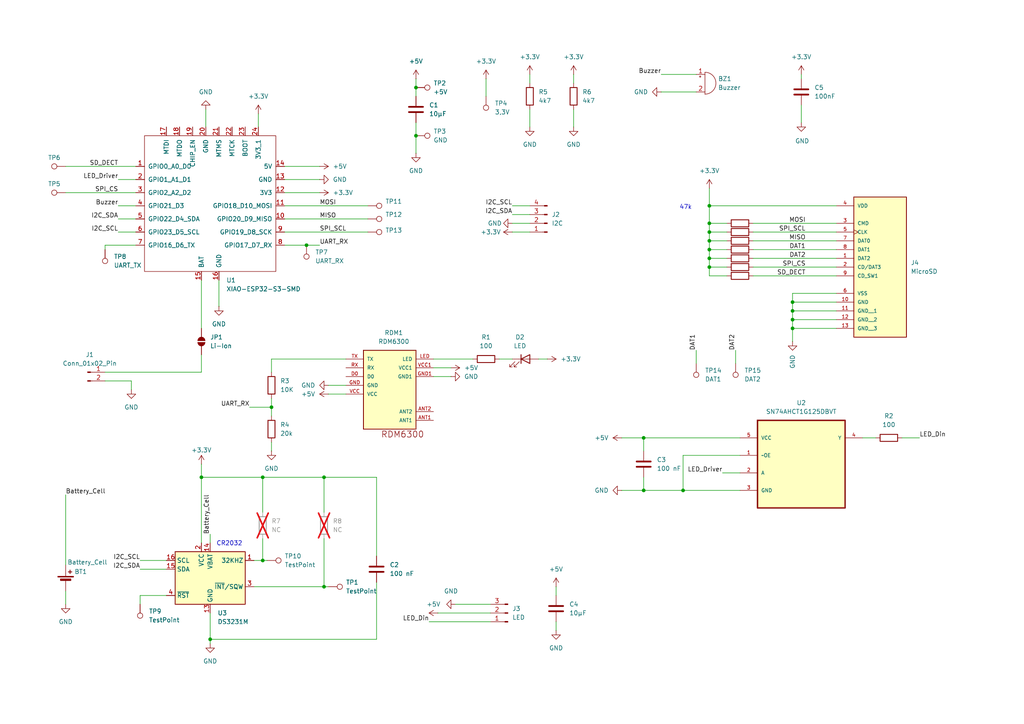
<source format=kicad_sch>
(kicad_sch (version 20250114) (generator "eeschema") (generator_version "9.0")
  (paper "A4")
  (lib_symbols
    (symbol "Connector:Conn_01x02_Pin" (pin_names (offset 1.016) (hide yes))
      (property "Reference" "J" (at 0 2.54 0))
      (property "Value" "Conn_01x02_Pin" (at 0 -5.08 0))
      (symbol "Conn_01x02_Pin_1_1"
        (rectangle (start 0.8636 0.127) (end 0 -0.127) (stroke (width 0.1524)) (fill (type outline)))
        (rectangle (start 0.8636 -2.413) (end 0 -2.667) (stroke (width 0.1524)) (fill (type outline)))
        (polyline (pts (xy 1.27 0) (xy 0.8636 0)) (stroke (width 0.1524)))
        (polyline (pts (xy 1.27 -2.54) (xy 0.8636 -2.54)) (stroke (width 0.1524)))
        (pin passive line (at 5.08 0 180) (length 3.81) (name "Pin_1") (number "1"))
        (pin passive line (at 5.08 -2.54 180) (length 3.81) (name "Pin_2") (number "2"))
      )
    )
    (symbol "Connector:Conn_01x03_Pin" (pin_names (offset 1.016) (hide yes))
      (property "Reference" "J" (at 0 5.08 0))
      (property "Value" "Conn_01x03_Pin" (at 0 -5.08 0))
      (symbol "Conn_01x03_Pin_1_1"
        (rectangle (start 0.8636 2.667) (end 0 2.413) (stroke (width 0.1524)) (fill (type outline)))
        (rectangle (start 0.8636 0.127) (end 0 -0.127) (stroke (width 0.1524)) (fill (type outline)))
        (rectangle (start 0.8636 -2.413) (end 0 -2.667) (stroke (width 0.1524)) (fill (type outline)))
        (polyline (pts (xy 1.27 2.54) (xy 0.8636 2.54)) (stroke (width 0.1524)))
        (polyline (pts (xy 1.27 0) (xy 0.8636 0)) (stroke (width 0.1524)))
        (polyline (pts (xy 1.27 -2.54) (xy 0.8636 -2.54)) (stroke (width 0.1524)))
        (pin passive line (at 5.08 2.54 180) (length 3.81) (name "Pin_1") (number "1"))
        (pin passive line (at 5.08 0 180) (length 3.81) (name "Pin_2") (number "2"))
        (pin passive line (at 5.08 -2.54 180) (length 3.81) (name "Pin_3") (number "3"))
      )
    )
    (symbol "Connector:Conn_01x04_Pin" (pin_names (offset 1.016) (hide yes))
      (property "Reference" "J" (at 0 5.08 0))
      (property "Value" "Conn_01x04_Pin" (at 0 -7.62 0))
      (symbol "Conn_01x04_Pin_1_1"
        (rectangle (start 0.8636 2.667) (end 0 2.413) (stroke (width 0.1524)) (fill (type outline)))
        (rectangle (start 0.8636 0.127) (end 0 -0.127) (stroke (width 0.1524)) (fill (type outline)))
        (rectangle (start 0.8636 -2.413) (end 0 -2.667) (stroke (width 0.1524)) (fill (type outline)))
        (rectangle (start 0.8636 -4.953) (end 0 -5.207) (stroke (width 0.1524)) (fill (type outline)))
        (polyline (pts (xy 1.27 2.54) (xy 0.8636 2.54)) (stroke (width 0.1524)))
        (polyline (pts (xy 1.27 0) (xy 0.8636 0)) (stroke (width 0.1524)))
        (polyline (pts (xy 1.27 -2.54) (xy 0.8636 -2.54)) (stroke (width 0.1524)))
        (polyline (pts (xy 1.27 -5.08) (xy 0.8636 -5.08)) (stroke (width 0.1524)))
        (pin passive line (at 5.08 2.54 180) (length 3.81) (name "Pin_1") (number "1"))
        (pin passive line (at 5.08 0 180) (length 3.81) (name "Pin_2") (number "2"))
        (pin passive line (at 5.08 -2.54 180) (length 3.81) (name "Pin_3") (number "3"))
        (pin passive line (at 5.08 -5.08 180) (length 3.81) (name "Pin_4") (number "4"))
      )
    )
    (symbol "Connector:TestPoint" (pin_numbers (hide yes)) (pin_names (offset 0.762) (hide yes))
      (property "Reference" "TP" (at 0 6.858 0))
      (property "Value" "TestPoint" (at 0 5.08 0))
      (symbol "TestPoint_0_1"
        (circle (center 0 3.302) (radius 0.762))
      )
      (symbol "TestPoint_1_1"
        (pin passive line (at 0 0 90) (length 2.54) (name "1") (number "1"))
      )
    )
    (symbol "Device:Battery_Cell" (pin_numbers (hide yes)) (pin_names (offset 0) (hide yes))
      (property "Reference" "BT" (at 2.54 2.54 0))
      (property "Value" "Battery_Cell" (at 2.54 0 0))
      (symbol "Battery_Cell_0_1"
        (rectangle (start -2.286 1.778) (end 2.286 1.524) (fill (type outline)))
        (rectangle (start -1.524 1.016) (end 1.524 0.508) (fill (type outline)))
        (polyline (pts (xy 0 1.778) (xy 0 2.54)))
        (polyline (pts (xy 0 0.762) (xy 0 0)))
        (polyline (pts (xy 0.762 3.048) (xy 1.778 3.048)) (stroke (width 0.254)))
        (polyline (pts (xy 1.27 3.556) (xy 1.27 2.54)) (stroke (width 0.254)))
      )
      (symbol "Battery_Cell_1_1"
        (pin passive line (at 0 5.08 270) (length 2.54) (name "+") (number "1"))
        (pin passive line (at 0 -2.54 90) (length 2.54) (name "-") (number "2"))
      )
    )
    (symbol "Device:Buzzer" (pin_names (offset 0.0254) (hide yes))
      (property "Reference" "BZ" (at 3.81 1.27 0))
      (property "Value" "Buzzer" (at 3.81 -1.27 0))
      (symbol "Buzzer_0_1"
        (polyline (pts (xy -1.651 1.905) (xy -1.143 1.905)))
        (polyline (pts (xy -1.397 2.159) (xy -1.397 1.651)))
        (arc (start 0 3.175) (mid 3.1612 0) (end 0 -3.175))
        (polyline (pts (xy 0 3.175) (xy 0 -3.175)))
      )
      (symbol "Buzzer_1_1"
        (pin passive line (at -2.54 2.54 0) (length 2.54) (name "+") (number "1"))
        (pin passive line (at -2.54 -2.54 0) (length 2.54) (name "-") (number "2"))
      )
    )
    (symbol "Device:C" (pin_numbers (hide yes)) (pin_names (offset 0.254))
      (property "Reference" "C" (at 0.635 2.54 0))
      (property "Value" "C" (at 0.635 -2.54 0))
      (symbol "C_0_1"
        (polyline (pts (xy -2.032 0.762) (xy 2.032 0.762)) (stroke (width 0.508)))
        (polyline (pts (xy -2.032 -0.762) (xy 2.032 -0.762)) (stroke (width 0.508)))
      )
      (symbol "C_1_1"
        (pin passive line (at 0 3.81 270) (length 2.794) (name "~") (number "1"))
        (pin passive line (at 0 -3.81 90) (length 2.794) (name "~") (number "2"))
      )
    )
    (symbol "Device:LED" (pin_numbers (hide yes)) (pin_names (offset 1.016) (hide yes))
      (property "Reference" "D" (at 0 2.54 0))
      (property "Value" "LED" (at 0 -2.54 0))
      (symbol "LED_0_1"
        (polyline (pts (xy -3.048 -0.762) (xy -4.572 -2.286) (xy -3.81 -2.286) (xy -4.572 -2.286) (xy -4.572 -1.524)))
        (polyline (pts (xy -1.778 -0.762) (xy -3.302 -2.286) (xy -2.54 -2.286) (xy -3.302 -2.286) (xy -3.302 -1.524)))
        (polyline (pts (xy -1.27 0) (xy 1.27 0)))
        (polyline (pts (xy -1.27 -1.27) (xy -1.27 1.27)) (stroke (width 0.254)))
        (polyline (pts (xy 1.27 -1.27) (xy 1.27 1.27) (xy -1.27 0) (xy 1.27 -1.27)) (stroke (width 0.254)))
      )
      (symbol "LED_1_1"
        (pin passive line (at -3.81 0 0) (length 2.54) (name "K") (number "1"))
        (pin passive line (at 3.81 0 180) (length 2.54) (name "A") (number "2"))
      )
    )
    (symbol "Device:R" (pin_numbers (hide yes)) (pin_names (offset 0))
      (property "Reference" "R" (at 2.032 0 90))
      (property "Value" "R" (at 0 0 90))
      (symbol "R_0_1"
        (rectangle (start -1.016 -2.54) (end 1.016 2.54) (stroke (width 0.254)))
      )
      (symbol "R_1_1"
        (pin passive line (at 0 3.81 270) (length 1.27) (name "~") (number "1"))
        (pin passive line (at 0 -3.81 90) (length 1.27) (name "~") (number "2"))
      )
    )
    (symbol "Jumper:SolderJumper_2_Open" (pin_numbers (hide yes)) (pin_names (offset 0) (hide yes)) (in_bom no)
      (property "Reference" "JP" (at 0 2.032 0))
      (property "Value" "SolderJumper_2_Open" (at 0 -2.54 0))
      (symbol "SolderJumper_2_Open_0_1"
        (polyline (pts (xy -0.254 1.016) (xy -0.254 -1.016)))
        (arc (start -0.254 -1.016) (mid -1.2656 0) (end -0.254 1.016))
        (arc (start -0.254 -1.016) (mid -1.2656 0) (end -0.254 1.016) (fill (type outline)))
        (arc (start 0.254 1.016) (mid 1.2656 0) (end 0.254 -1.016))
        (arc (start 0.254 1.016) (mid 1.2656 0) (end 0.254 -1.016) (fill (type outline)))
        (polyline (pts (xy 0.254 1.016) (xy 0.254 -1.016)))
      )
      (symbol "SolderJumper_2_Open_1_1"
        (pin passive line (at -3.81 0 0) (length 2.54) (name "A") (number "1"))
        (pin passive line (at 3.81 0 180) (length 2.54) (name "B") (number "2"))
      )
    )
    (symbol "RDM6300:RDM6300" (pin_names (offset 1.016))
      (property "Reference" "RDM6300" (at 0 0 0))
      (property "Value" "RDM6300" (at 0 0 0))
      (symbol "RDM6300_0_0"
        (rectangle (start -7.62 -10.16) (end 7.62 12.7) (stroke (width 0.254)) (fill (type background)))
        (text "RDM6300" (at -2.54 -12.7 0) (effects (font (size 1.778 1.778)) (justify left bottom)))
        (pin bidirectional line (at -12.7 10.16 0) (length 5.08) (name "TX") (number "TX"))
        (pin bidirectional line (at -12.7 7.62 0) (length 5.08) (name "RX") (number "RX"))
        (pin bidirectional line (at -12.7 5.08 0) (length 5.08) (name "D0") (number "D0"))
        (pin bidirectional line (at -12.7 2.54 0) (length 5.08) (name "GND") (number "GND"))
        (pin bidirectional line (at -12.7 0 0) (length 5.08) (name "VCC") (number "VCC"))
        (pin bidirectional line (at 12.7 10.16 180) (length 5.08) (name "LED") (number "LED"))
        (pin bidirectional line (at 12.7 7.62 180) (length 5.08) (name "VCC1") (number "VCC1"))
        (pin bidirectional line (at 12.7 5.08 180) (length 5.08) (name "GND1") (number "GND1"))
        (pin bidirectional line (at 12.7 -5.08 180) (length 5.08) (name "ANT2") (number "ANT2"))
        (pin bidirectional line (at 12.7 -7.62 180) (length 5.08) (name "ANT1") (number "ANT1"))
      )
    )
    (symbol "SN74AHCT1G125DBVT:SN74AHCT1G125DBVT" (pin_names (offset 1.016))
      (property "Reference" "U" (at -4.955 12.5527 0))
      (property "Value" "SN74AHCT1G125DBVT" (at -2.7954 -19.8475 0))
      (symbol "SN74AHCT1G125DBVT_0_0"
        (rectangle (start -12.7 -15.24) (end 12.7 10.16) (stroke (width 0.4064)) (fill (type background)))
        (pin power_in line (at -17.78 5.08 0) (length 5.08) (name "VCC") (number "5"))
        (pin input line (at -17.78 0 0) (length 5.08) (name "~OE") (number "1"))
        (pin input line (at -17.78 -5.08 0) (length 5.08) (name "A") (number "2"))
        (pin passive line (at -17.78 -10.16 0) (length 5.08) (name "GND") (number "3"))
        (pin output line (at 17.78 5.08 180) (length 5.08) (name "Y") (number "4"))
      )
    )
    (symbol "Seeed_Studio_XIAO_Series:XIAO-ESP32-C6-SMD" (pin_names (offset 1.016))
      (property "Reference" "U" (at -18.542 23.114 0))
      (property "Value" "XIAO-ESP32-S3-SMD" (at -8.382 21.336 0))
      (symbol "XIAO-ESP32-C6-SMD_0_1"
        (rectangle (start 19.05 -19.05) (end -19.05 20.32))
      )
      (symbol "XIAO-ESP32-C6-SMD_1_1"
        (pin passive line (at -21.59 11.43 0) (length 2.54) (name "GPIO0_A0_D0") (number "1"))
        (pin passive line (at -21.59 7.62 0) (length 2.54) (name "GPIO1_A1_D1") (number "2"))
        (pin passive line (at -21.59 3.81 0) (length 2.54) (name "GPIO2_A2_D2") (number "3"))
        (pin passive line (at -21.59 0 0) (length 2.54) (name "GPIO21_D3") (number "4"))
        (pin passive line (at -21.59 -3.81 0) (length 2.54) (name "GPIO22_D4_SDA") (number "5"))
        (pin passive line (at -21.59 -7.62 0) (length 2.54) (name "GPIO23_D5_SCL") (number "6"))
        (pin passive line (at -21.59 -11.43 0) (length 2.54) (name "GPIO16_D6_TX") (number "7"))
        (pin passive line (at -12.7 22.86 270) (length 2.54) (name "MTDI") (number "17"))
        (pin passive line (at -8.89 22.86 270) (length 2.54) (name "MTDO") (number "18"))
        (pin passive line (at -5.08 22.86 270) (length 2.54) (name "CHIP_EN") (number "19"))
        (pin passive line (at -2.54 -21.59 90) (length 2.54) (name "BAT") (number "15"))
        (pin passive line (at -1.27 22.86 270) (length 2.54) (name "GND") (number "20"))
        (pin passive line (at 2.54 22.86 270) (length 2.54) (name "MTMS") (number "21"))
        (pin passive line (at 2.54 -21.59 90) (length 2.54) (name "GND") (number "16"))
        (pin passive line (at 6.35 22.86 270) (length 2.54) (name "MTCK") (number "22"))
        (pin passive line (at 10.16 22.86 270) (length 2.54) (name "BOOT") (number "23"))
        (pin passive line (at 13.97 22.86 270) (length 2.54) (name "3V3_1") (number "24"))
        (pin passive line (at 21.59 11.43 180) (length 2.54) (name "5V") (number "14"))
        (pin passive line (at 21.59 7.62 180) (length 2.54) (name "GND") (number "13"))
        (pin passive line (at 21.59 3.81 180) (length 2.54) (name "3V3") (number "12"))
        (pin passive line (at 21.59 0 180) (length 2.54) (name "GPIO18_D10_MOSI") (number "11"))
        (pin passive line (at 21.59 -3.81 180) (length 2.54) (name "GPIO20_D9_MISO") (number "10"))
        (pin passive line (at 21.59 -7.62 180) (length 2.54) (name "GPIO19_D8_SCK") (number "9"))
        (pin passive line (at 21.59 -11.43 180) (length 2.54) (name "GPIO17_D7_RX") (number "8"))
      )
    )
    (symbol "Timer_RTC:DS3231M"
      (property "Reference" "U" (at -7.62 8.89 0))
      (property "Value" "DS3231M" (at 10.16 8.89 0))
      (symbol "DS3231M_0_1"
        (rectangle (start -10.16 7.62) (end 10.16 -7.62) (stroke (width 0.254)) (fill (type background)))
      )
      (symbol "DS3231M_1_1"
        (pin input line (at -12.7 5.08 0) (length 2.54) (name "SCL") (number "16"))
        (pin bidirectional line (at -12.7 2.54 0) (length 2.54) (name "SDA") (number "15"))
        (pin bidirectional line (at -12.7 -5.08 0) (length 2.54) (name "~{RST}") (number "4"))
        (pin power_in line (at -2.54 10.16 270) (length 2.54) (name "VCC") (number "2"))
        (pin power_in line (at 0 10.16 270) (length 2.54) (name "VBAT") (number "14"))
        (pin passive line (at 0 -10.16 90) (length 2.54) (hide yes) (name "GND") (number "10"))
        (pin passive line (at 0 -10.16 90) (length 2.54) (hide yes) (name "GND") (number "11"))
        (pin passive line (at 0 -10.16 90) (length 2.54) (hide yes) (name "GND") (number "12"))
        (pin power_in line (at 0 -10.16 90) (length 2.54) (name "GND") (number "13"))
        (pin passive line (at 0 -10.16 90) (length 2.54) (hide yes) (name "GND") (number "5"))
        (pin passive line (at 0 -10.16 90) (length 2.54) (hide yes) (name "GND") (number "6"))
        (pin passive line (at 0 -10.16 90) (length 2.54) (hide yes) (name "GND") (number "7"))
        (pin passive line (at 0 -10.16 90) (length 2.54) (hide yes) (name "GND") (number "8"))
        (pin passive line (at 0 -10.16 90) (length 2.54) (hide yes) (name "GND") (number "9"))
        (pin open_collector line (at 12.7 5.08 180) (length 2.54) (name "32KHZ") (number "1"))
        (pin open_collector line (at 12.7 -2.54 180) (length 2.54) (name "~{INT}/SQW") (number "3"))
      )
    )
    (symbol "microsd_card_wuert:693071020811" (pin_names (offset 1.016))
      (property "Reference" "J" (at -7.62 16.51 0))
      (property "Value" "693071020811" (at -7.62 -26.67 0))
      (symbol "693071020811_0_0"
        (rectangle (start -7.62 -25.4) (end 7.62 15.24) (stroke (width 0.254)) (fill (type background)))
        (pin power_in line (at -12.7 12.7 0) (length 5.08) (name "VDD") (number "4"))
        (pin bidirectional line (at -12.7 7.62 0) (length 5.08) (name "CMD") (number "3"))
        (pin bidirectional clock (at -12.7 5.08 0) (length 5.08) (name "CLK") (number "5"))
        (pin bidirectional line (at -12.7 2.54 0) (length 5.08) (name "DAT0") (number "7"))
        (pin bidirectional line (at -12.7 0 0) (length 5.08) (name "DAT1") (number "8"))
        (pin bidirectional line (at -12.7 -2.54 0) (length 5.08) (name "DAT2") (number "1"))
        (pin bidirectional line (at -12.7 -5.08 0) (length 5.08) (name "CD/DAT3") (number "2"))
        (pin bidirectional line (at -12.7 -7.62 0) (length 5.08) (name "CD_SW1") (number "9"))
        (pin power_in line (at -12.7 -12.7 0) (length 5.08) (name "VSS") (number "6"))
        (pin power_in line (at -12.7 -15.24 0) (length 5.08) (name "GND") (number "10"))
        (pin power_in line (at -12.7 -17.78 0) (length 5.08) (name "GND__1") (number "11"))
        (pin power_in line (at -12.7 -20.32 0) (length 5.08) (name "GND__2") (number "12"))
        (pin power_in line (at -12.7 -22.86 0) (length 5.08) (name "GND__3") (number "13"))
      )
    )
    (symbol "power:+3.3V" (power) (pin_numbers (hide yes)) (pin_names (offset 0) (hide yes))
      (property "Value" "+3.3V" (at 0 3.556 0))
      (symbol "+3.3V_0_1"
        (polyline (pts (xy -0.762 1.27) (xy 0 2.54)))
        (polyline (pts (xy 0 2.54) (xy 0.762 1.27)))
        (polyline (pts (xy 0 0) (xy 0 2.54)))
      )
      (symbol "+3.3V_1_1"
        (pin power_in line (at 0 0 90) (length 0) (name "~") (number "1"))
      )
    )
    (symbol "power:+5V" (power) (pin_numbers (hide yes)) (pin_names (offset 0) (hide yes))
      (property "Value" "+5V" (at 0 3.556 0))
      (symbol "+5V_0_1"
        (polyline (pts (xy -0.762 1.27) (xy 0 2.54)))
        (polyline (pts (xy 0 2.54) (xy 0.762 1.27)))
        (polyline (pts (xy 0 0) (xy 0 2.54)))
      )
      (symbol "+5V_1_1"
        (pin power_in line (at 0 0 90) (length 0) (name "~") (number "1"))
      )
    )
    (symbol "power:GND" (power) (pin_numbers (hide yes)) (pin_names (offset 0) (hide yes))
      (property "Value" "GND" (at 0 -3.81 0))
      (symbol "GND_0_1"
        (polyline (pts (xy 0 0) (xy 0 -1.27) (xy 1.27 -1.27) (xy 0 -2.54) (xy -1.27 -1.27) (xy 0 -1.27)))
      )
      (symbol "GND_1_1"
        (pin power_in line (at 0 0 270) (length 0) (name "~") (number "1"))
      )
    )
  )
  (text "CR2032" (at 66.548 157.734 0) (effects (font (size 1.27 1.27))))
  (text "47k" (at 198.882 60.198 0) (effects (font (size 1.27 1.27))))
  (junction (at 205.74 59.69))
  (junction (at 229.87 95.25))
  (junction (at 186.69 142.24))
  (junction (at 229.87 92.71))
  (junction (at 60.96 185.42))
  (junction (at 229.87 87.63))
  (junction (at 76.2 138.43))
  (junction (at 186.69 127))
  (junction (at 205.74 72.39))
  (junction (at 205.74 74.93))
  (junction (at 93.98 138.43))
  (junction (at 78.74 118.11))
  (junction (at 205.74 64.77))
  (junction (at 120.65 39.37))
  (junction (at 205.74 69.85))
  (junction (at 198.12 142.24))
  (junction (at 229.87 90.17))
  (junction (at 205.74 77.47))
  (junction (at 58.42 138.43))
  (junction (at 93.98 170.18))
  (junction (at 205.74 67.31))
  (junction (at 76.2 162.56))
  (junction (at 120.65 25.4))
  (junction (at 88.9 71.12))
  (wire (pts (xy 125.73 109.22) (xy 130.81 109.22)))
  (wire (pts (xy 213.36 101.6) (xy 213.36 105.41)))
  (wire (pts (xy 78.74 115.57) (xy 78.74 118.11)))
  (wire (pts (xy 82.55 55.88) (xy 92.71 55.88)))
  (wire (pts (xy 210.82 80.01) (xy 205.74 80.01)))
  (wire (pts (xy 186.69 127) (xy 214.63 127)))
  (wire (pts (xy 40.64 172.72) (xy 48.26 172.72)))
  (wire (pts (xy 205.74 74.93) (xy 210.82 74.93)))
  (wire (pts (xy 58.42 102.87) (xy 58.42 107.95)))
  (wire (pts (xy 39.37 71.12) (xy 30.48 71.12)))
  (wire (pts (xy 205.74 74.93) (xy 205.74 72.39)))
  (wire (pts (xy 153.67 21.59) (xy 153.67 24.13)))
  (wire (pts (xy 242.57 85.09) (xy 229.87 85.09)))
  (wire (pts (xy 88.9 71.12) (xy 92.71 71.12)))
  (wire (pts (xy 229.87 95.25) (xy 242.57 95.25)))
  (wire (pts (xy 166.37 21.59) (xy 166.37 24.13)))
  (wire (pts (xy 109.22 168.91) (xy 109.22 185.42)))
  (wire (pts (xy 210.82 67.31) (xy 205.74 67.31)))
  (wire (pts (xy 82.55 71.12) (xy 88.9 71.12)))
  (wire (pts (xy 30.48 71.12) (xy 30.48 72.39)))
  (wire (pts (xy 72.39 118.11) (xy 78.74 118.11)))
  (wire (pts (xy 229.87 95.25) (xy 229.87 99.06)))
  (wire (pts (xy 93.98 138.43) (xy 93.98 148.59)))
  (wire (pts (xy 186.69 142.24) (xy 198.12 142.24)))
  (wire (pts (xy 205.74 69.85) (xy 205.74 67.31)))
  (wire (pts (xy 205.74 72.39) (xy 205.74 69.85)))
  (wire (pts (xy 148.59 59.69) (xy 153.67 59.69)))
  (wire (pts (xy 261.62 127) (xy 266.7 127)))
  (wire (pts (xy 229.87 87.63) (xy 242.57 87.63)))
  (wire (pts (xy 59.69 31.75) (xy 59.69 36.83)))
  (wire (pts (xy 82.55 67.31) (xy 106.68 67.31)))
  (wire (pts (xy 205.74 77.47) (xy 210.82 77.47)))
  (wire (pts (xy 232.41 21.59) (xy 232.41 22.86)))
  (wire (pts (xy 120.65 22.86) (xy 120.65 25.4)))
  (wire (pts (xy 19.05 163.83) (xy 19.05 143.51)))
  (wire (pts (xy 210.82 69.85) (xy 205.74 69.85)))
  (wire (pts (xy 229.87 85.09) (xy 229.87 87.63)))
  (wire (pts (xy 140.97 22.86) (xy 140.97 27.94)))
  (wire (pts (xy 156.21 104.14) (xy 158.75 104.14)))
  (wire (pts (xy 60.96 185.42) (xy 60.96 186.69)))
  (wire (pts (xy 205.74 77.47) (xy 205.74 74.93)))
  (wire (pts (xy 229.87 90.17) (xy 242.57 90.17)))
  (wire (pts (xy 93.98 156.21) (xy 93.98 170.18)))
  (wire (pts (xy 76.2 138.43) (xy 93.98 138.43)))
  (wire (pts (xy 232.41 30.48) (xy 232.41 35.56)))
  (wire (pts (xy 218.44 74.93) (xy 242.57 74.93)))
  (wire (pts (xy 76.2 138.43) (xy 76.2 148.59)))
  (wire (pts (xy 93.98 170.18) (xy 95.25 170.18)))
  (wire (pts (xy 166.37 31.75) (xy 166.37 36.83)))
  (wire (pts (xy 95.25 114.3) (xy 100.33 114.3)))
  (wire (pts (xy 153.67 31.75) (xy 153.67 36.83)))
  (wire (pts (xy 205.74 72.39) (xy 210.82 72.39)))
  (wire (pts (xy 19.05 171.45) (xy 19.05 175.26)))
  (wire (pts (xy 205.74 64.77) (xy 205.74 59.69)))
  (wire (pts (xy 198.12 132.08) (xy 198.12 142.24)))
  (wire (pts (xy 186.69 127) (xy 186.69 130.81)))
  (wire (pts (xy 161.29 180.34) (xy 161.29 182.88)))
  (wire (pts (xy 109.22 185.42) (xy 60.96 185.42)))
  (wire (pts (xy 74.93 33.02) (xy 74.93 36.83)))
  (wire (pts (xy 78.74 104.14) (xy 78.74 107.95)))
  (wire (pts (xy 191.77 21.59) (xy 201.93 21.59)))
  (wire (pts (xy 58.42 81.28) (xy 58.42 95.25)))
  (wire (pts (xy 218.44 64.77) (xy 242.57 64.77)))
  (wire (pts (xy 58.42 138.43) (xy 58.42 157.48)))
  (wire (pts (xy 19.05 55.88) (xy 39.37 55.88)))
  (wire (pts (xy 127 177.8) (xy 142.24 177.8)))
  (wire (pts (xy 76.2 162.56) (xy 77.47 162.56)))
  (wire (pts (xy 209.55 137.16) (xy 214.63 137.16)))
  (wire (pts (xy 120.65 25.4) (xy 120.65 27.94)))
  (wire (pts (xy 218.44 67.31) (xy 242.57 67.31)))
  (wire (pts (xy 34.29 59.69) (xy 39.37 59.69)))
  (wire (pts (xy 144.78 104.14) (xy 148.59 104.14)))
  (wire (pts (xy 205.74 59.69) (xy 242.57 59.69)))
  (wire (pts (xy 210.82 64.77) (xy 205.74 64.77)))
  (wire (pts (xy 229.87 90.17) (xy 229.87 92.71)))
  (wire (pts (xy 161.29 170.18) (xy 161.29 172.72)))
  (wire (pts (xy 95.25 111.76) (xy 100.33 111.76)))
  (wire (pts (xy 82.55 48.26) (xy 92.71 48.26)))
  (wire (pts (xy 60.96 177.8) (xy 60.96 185.42)))
  (wire (pts (xy 60.96 154.94) (xy 60.96 157.48)))
  (wire (pts (xy 109.22 138.43) (xy 109.22 161.29)))
  (wire (pts (xy 205.74 54.61) (xy 205.74 59.69)))
  (wire (pts (xy 120.65 35.56) (xy 120.65 39.37)))
  (wire (pts (xy 148.59 62.23) (xy 153.67 62.23)))
  (wire (pts (xy 186.69 138.43) (xy 186.69 142.24)))
  (wire (pts (xy 180.34 142.24) (xy 186.69 142.24)))
  (wire (pts (xy 218.44 72.39) (xy 242.57 72.39)))
  (wire (pts (xy 109.22 138.43) (xy 93.98 138.43)))
  (wire (pts (xy 250.19 127) (xy 254 127)))
  (wire (pts (xy 125.73 106.68) (xy 130.81 106.68)))
  (wire (pts (xy 180.34 127) (xy 186.69 127)))
  (wire (pts (xy 205.74 80.01) (xy 205.74 77.47)))
  (wire (pts (xy 78.74 118.11) (xy 78.74 120.65)))
  (wire (pts (xy 125.73 104.14) (xy 137.16 104.14)))
  (wire (pts (xy 58.42 134.62) (xy 58.42 138.43)))
  (wire (pts (xy 124.46 180.34) (xy 142.24 180.34)))
  (wire (pts (xy 218.44 69.85) (xy 242.57 69.85)))
  (wire (pts (xy 201.93 101.6) (xy 201.93 105.41)))
  (wire (pts (xy 218.44 80.01) (xy 242.57 80.01)))
  (wire (pts (xy 82.55 52.07) (xy 92.71 52.07)))
  (wire (pts (xy 34.29 67.31) (xy 39.37 67.31)))
  (wire (pts (xy 30.48 110.49) (xy 38.1 110.49)))
  (wire (pts (xy 214.63 132.08) (xy 198.12 132.08)))
  (wire (pts (xy 34.29 63.5) (xy 39.37 63.5)))
  (wire (pts (xy 82.55 59.69) (xy 106.68 59.69)))
  (wire (pts (xy 132.08 175.26) (xy 142.24 175.26)))
  (wire (pts (xy 40.64 175.26) (xy 40.64 172.72)))
  (wire (pts (xy 73.66 162.56) (xy 76.2 162.56)))
  (wire (pts (xy 19.05 48.26) (xy 39.37 48.26)))
  (wire (pts (xy 229.87 92.71) (xy 229.87 95.25)))
  (wire (pts (xy 148.59 67.31) (xy 153.67 67.31)))
  (wire (pts (xy 148.59 64.77) (xy 153.67 64.77)))
  (wire (pts (xy 218.44 77.47) (xy 242.57 77.47)))
  (wire (pts (xy 73.66 170.18) (xy 93.98 170.18)))
  (wire (pts (xy 63.5 81.28) (xy 63.5 88.9)))
  (wire (pts (xy 34.29 52.07) (xy 39.37 52.07)))
  (wire (pts (xy 40.64 165.1) (xy 48.26 165.1)))
  (wire (pts (xy 120.65 39.37) (xy 120.65 44.45)))
  (wire (pts (xy 58.42 138.43) (xy 76.2 138.43)))
  (wire (pts (xy 78.74 104.14) (xy 100.33 104.14)))
  (wire (pts (xy 30.48 107.95) (xy 58.42 107.95)))
  (wire (pts (xy 82.55 63.5) (xy 106.68 63.5)))
  (wire (pts (xy 40.64 162.56) (xy 48.26 162.56)))
  (wire (pts (xy 38.1 110.49) (xy 38.1 113.03)))
  (wire (pts (xy 78.74 128.27) (xy 78.74 130.81)))
  (wire (pts (xy 229.87 87.63) (xy 229.87 90.17)))
  (wire (pts (xy 198.12 142.24) (xy 214.63 142.24)))
  (wire (pts (xy 76.2 156.21) (xy 76.2 162.56)))
  (wire (pts (xy 205.74 67.31) (xy 205.74 64.77)))
  (wire (pts (xy 229.87 92.71) (xy 242.57 92.71)))
  (wire (pts (xy 191.77 26.67) (xy 201.93 26.67)))
  (label "Buzzer" (at 34.29 59.69 180))
  (label "SPI_SCL" (at 92.71 67.31 0))
  (label "I2C_SCL" (at 40.64 162.56 180))
  (label "UART_RX" (at 92.71 71.12 0))
  (label "LED_Driver" (at 34.29 52.07 180))
  (label "SD_DECT" (at 233.68 80.01 180))
  (label "DAT2" (at 213.36 101.6 90))
  (label "LED_Driver" (at 209.55 137.16 180))
  (label "LED_Din" (at 266.7 127 0))
  (label "I2C_SDA" (at 148.59 62.23 180))
  (label "I2C_SCL" (at 148.59 59.69 180))
  (label "Battery_Cell" (at 19.05 143.51 0))
  (label "SPI_SCL" (at 233.68 67.31 180))
  (label "Buzzer" (at 191.77 21.59 180))
  (label "MISO" (at 233.68 69.85 180))
  (label "MISO" (at 92.71 63.5 0))
  (label "I2C_SCL" (at 34.29 67.31 180))
  (label "SPI_CS" (at 34.29 55.88 180))
  (label "MOSI" (at 92.71 59.69 0))
  (label "UART_RX" (at 72.39 118.11 180))
  (label "DAT1" (at 201.93 101.6 90))
  (label "SPI_CS" (at 233.68 77.47 180))
  (label "SD_DECT" (at 34.29 48.26 180))
  (label "I2C_SDA" (at 40.64 165.1 180))
  (label "LED_Din" (at 124.46 180.34 180))
  (label "MOSI" (at 233.68 64.77 180))
  (label "DAT1" (at 233.68 72.39 180))
  (label "Battery_Cell" (at 60.96 154.94 90))
  (label "I2C_SDA" (at 34.29 63.5 180))
  (label "DAT2" (at 233.68 74.93 180))
  (symbol (lib_id "power:+5V") (at 120.65 22.86 0) (unit 1)
    (property "Reference" "#PWR017" (effects (hide yes)))
    (property "Value" "+5V" (at 120.65 17.78 0))
    (property "Description" "Power symbol creates a global label with name \"+5V\"" (effects (hide yes)))
  )
  (symbol (lib_id "power:GND") (at 78.74 130.81 0) (unit 1)
    (property "Reference" "#PWR09" (effects (hide yes)))
    (property "Value" "GND" (at 78.74 135.89 0))
    (property "Description" "Power symbol creates a global label with name \"GND\" , ground" (effects (hide yes)))
  )
  (symbol (lib_id "Connector:TestPoint") (at 88.9 71.12 180) (unit 1)
    (property "Reference" "TP7" (at 91.44 73.1519 0) (effects (justify right)))
    (property "Value" "UART_RX" (at 91.44 75.6919 0) (effects (justify right)))
    (property "Footprint" "TestPoint:TestPoint_Pad_D1.5mm" (effects (hide yes)))
    (property "Description" "test point" (effects (hide yes)))
  )
  (symbol (lib_id "power:GND") (at 59.69 31.75 180) (unit 1)
    (property "Reference" "#PWR037" (effects (hide yes)))
    (property "Value" "GND" (at 59.69 26.67 0))
    (property "Description" "Power symbol creates a global label with name \"GND\" , ground" (effects (hide yes)))
  )
  (symbol (lib_id "Device:R") (at 78.74 111.76 0) (unit 1)
    (property "Reference" "R3" (at 81.28 110.4899 0) (effects (justify left)))
    (property "Value" "10K" (at 81.28 113.0299 0) (effects (justify left)))
    (property "Footprint" "Resistor_SMD:R_0603_1608Metric_Pad0.98x0.95mm_HandSolder" (effects (hide yes)))
    (property "Description" "Resistor" (effects (hide yes)))
  )
  (symbol (lib_id "Connector:Conn_01x03_Pin") (at 147.32 177.8 180) (unit 1)
    (property "Reference" "J3" (at 148.59 176.5299 0) (effects (justify right)))
    (property "Value" "LED" (at 148.59 179.0699 0) (effects (justify right)))
    (property "Footprint" "Connector_PinSocket_2.00mm:PinSocket_1x03_P2.00mm_Vertical" (effects (hide yes)))
    (property "Description" "Generic connector, single row, 01x03, script generated" (effects (hide yes)))
  )
  (symbol (lib_id "power:+5V") (at 127 177.8 90) (unit 1)
    (property "Reference" "#PWR020" (effects (hide yes)))
    (property "Value" "+5V" (at 125.73 175.26 90))
    (property "Description" "Power symbol creates a global label with name \"+5V\"" (effects (hide yes)))
  )
  (symbol (lib_id "power:+3.3V") (at 158.75 104.14 270) (unit 1)
    (property "Reference" "#PWR015" (effects (hide yes)))
    (property "Value" "+3.3V" (at 162.56 104.1399 90) (effects (justify left)))
    (property "Description" "Power symbol creates a global label with name \"+3.3V\"" (effects (hide yes)))
  )
  (symbol (lib_id "Device:Battery_Cell") (at 19.05 168.91 0) (unit 1)
    (property "Reference" "BT1" (at 21.59 165.7984 0) (effects (justify left)))
    (property "Value" "Battery_Cell" (at 19.558 163.068 0) (effects (justify left)))
    (property "Footprint" "Battery:Battery_Panasonic_CR2032-HFN_Horizontal_CircularHoles" (effects (hide yes)))
    (property "Description" "Single-cell battery" (effects (hide yes)))
  )
  (symbol (lib_id "Connector:TestPoint") (at 19.05 55.88 90) (unit 1)
    (property "Reference" "TP5" (at 15.748 53.34 90))
    (property "Value" "CS" (effects (hide yes)))
    (property "Footprint" "TestPoint:TestPoint_Pad_D1.5mm" (effects (hide yes)))
    (property "Description" "test point" (effects (hide yes)))
  )
  (symbol (lib_id "Device:C") (at 161.29 176.53 180) (unit 1)
    (property "Reference" "C4" (at 165.1 175.2599 0) (effects (justify right)))
    (property "Value" "10µF" (at 165.1 177.7999 0) (effects (justify right)))
    (property "Footprint" "Capacitor_SMD:C_0603_1608Metric" (effects (hide yes)))
    (property "Description" "Unpolarized capacitor" (effects (hide yes)))
  )
  (symbol (lib_id "power:+3.3V") (at 205.74 54.61 0) (unit 1)
    (property "Reference" "#PWR036" (effects (hide yes)))
    (property "Value" "+3.3V" (at 205.74 49.53 0))
    (property "Description" "Power symbol creates a global label with name \"+3.3V\"" (effects (hide yes)))
  )
  (symbol (lib_id "power:+3.3V") (at 140.97 22.86 0) (unit 1)
    (property "Reference" "#PWR019" (effects (hide yes)))
    (property "Value" "+3.3V" (at 140.97 17.78 0))
    (property "Description" "Power symbol creates a global label with name \"+3.3V\"" (effects (hide yes)))
  )
  (symbol (lib_id "Device:R") (at 76.2 152.4 0) (unit 1) (dnp yes)
    (property "Reference" "R7" (at 78.74 151.1299 0) (effects (justify left)))
    (property "Value" "NC" (at 78.74 153.6699 0) (effects (justify left)))
    (property "Footprint" "Resistor_SMD:R_0603_1608Metric_Pad0.98x0.95mm_HandSolder" (effects (hide yes)))
    (property "Description" "Resistor" (effects (hide yes)))
  )
  (symbol (lib_id "power:+3.3V") (at 92.71 55.88 270) (unit 1)
    (property "Reference" "#PWR03" (effects (hide yes)))
    (property "Value" "+3.3V" (at 96.52 55.8799 90) (effects (justify left)))
    (property "Description" "Power symbol creates a global label with name \"+3.3V\"" (effects (hide yes)))
  )
  (symbol (lib_id "Device:R") (at 214.63 77.47 90) (unit 1)
    (property "Reference" "R9" (effects (hide yes)))
    (property "Value" "47k" (effects (hide yes)))
    (property "Footprint" "Resistor_SMD:R_0603_1608Metric_Pad0.98x0.95mm_HandSolder" (effects (hide yes)))
    (property "Description" "Resistor" (effects (hide yes)))
  )
  (symbol (lib_id "Device:R") (at 214.63 67.31 90) (unit 1)
    (property "Reference" "R13" (effects (hide yes)))
    (property "Value" "47k" (effects (hide yes)))
    (property "Footprint" "Resistor_SMD:R_0603_1608Metric_Pad0.98x0.95mm_HandSolder" (effects (hide yes)))
    (property "Description" "Resistor" (effects (hide yes)))
  )
  (symbol (lib_id "power:GND") (at 166.37 36.83 0) (unit 1)
    (property "Reference" "#PWR029" (effects (hide yes)))
    (property "Value" "GND" (at 166.37 41.91 0))
    (property "Description" "Power symbol creates a global label with name \"GND\" , ground" (effects (hide yes)))
  )
  (symbol (lib_id "power:GND") (at 92.71 52.07 90) (unit 1)
    (property "Reference" "#PWR02" (effects (hide yes)))
    (property "Value" "GND" (at 96.52 52.0699 90) (effects (justify right)))
    (property "Description" "Power symbol creates a global label with name \"GND\" , ground" (effects (hide yes)))
  )
  (symbol (lib_id "power:+5V") (at 161.29 170.18 0) (unit 1)
    (property "Reference" "#PWR024" (effects (hide yes)))
    (property "Value" "+5V" (at 161.29 165.1 0))
    (property "Description" "Power symbol creates a global label with name \"+5V\"" (effects (hide yes)))
  )
  (symbol (lib_id "power:GND") (at 229.87 99.06 0) (unit 1)
    (property "Reference" "#PWR07" (effects (hide yes)))
    (property "Value" "GND" (at 229.8701 102.87 90) (effects (justify right)))
    (property "Description" "Power symbol creates a global label with name \"GND\" , ground" (effects (hide yes)))
  )
  (symbol (lib_id "power:GND") (at 120.65 44.45 0) (unit 1)
    (property "Reference" "#PWR018" (effects (hide yes)))
    (property "Value" "GND" (at 120.65 49.53 0))
    (property "Description" "Power symbol creates a global label with name \"GND\" , ground" (effects (hide yes)))
  )
  (symbol (lib_id "power:+5V") (at 180.34 127 90) (unit 1)
    (property "Reference" "#PWR011" (effects (hide yes)))
    (property "Value" "+5V" (at 176.53 126.9999 90) (effects (justify left)))
    (property "Description" "Power symbol creates a global label with name \"+5V\"" (effects (hide yes)))
  )
  (symbol (lib_id "power:+5V") (at 92.71 48.26 270) (unit 1)
    (property "Reference" "#PWR01" (effects (hide yes)))
    (property "Value" "+5V" (at 96.52 48.2599 90) (effects (justify left)))
    (property "Description" "Power symbol creates a global label with name \"+5V\"" (effects (hide yes)))
  )
  (symbol (lib_id "power:+5V") (at 95.25 114.3 90) (unit 1)
    (property "Reference" "#PWR04" (effects (hide yes)))
    (property "Value" "+5V" (at 91.44 114.2999 90) (effects (justify left)))
    (property "Description" "Power symbol creates a global label with name \"+5V\"" (effects (hide yes)))
  )
  (symbol (lib_id "power:GND") (at 95.25 111.76 270) (unit 1)
    (property "Reference" "#PWR05" (effects (hide yes)))
    (property "Value" "GND" (at 91.44 111.7599 90) (effects (justify right)))
    (property "Description" "Power symbol creates a global label with name \"GND\" , ground" (effects (hide yes)))
  )
  (symbol (lib_id "Device:R") (at 257.81 127 90) (unit 1)
    (property "Reference" "R2" (at 257.81 120.65 90))
    (property "Value" "100" (at 257.81 123.19 90))
    (property "Footprint" "Resistor_SMD:R_0603_1608Metric_Pad0.98x0.95mm_HandSolder" (effects (hide yes)))
    (property "Description" "Resistor" (effects (hide yes)))
  )
  (symbol (lib_id "power:+3.3V") (at 74.93 33.02 0) (unit 1)
    (property "Reference" "#PWR033" (effects (hide yes)))
    (property "Value" "+3.3V" (at 74.93 27.94 0))
    (property "Description" "Power symbol creates a global label with name \"+3.3V\"" (effects (hide yes)))
  )
  (symbol (lib_id "power:GND") (at 191.77 26.67 270) (unit 1)
    (property "Reference" "#PWR014" (effects (hide yes)))
    (property "Value" "GND" (at 187.96 26.6699 90) (effects (justify right)))
    (property "Description" "Power symbol creates a global label with name \"GND\" , ground" (effects (hide yes)))
  )
  (symbol (lib_id "Device:C") (at 120.65 31.75 180) (unit 1)
    (property "Reference" "C1" (at 124.46 30.4799 0) (effects (justify right)))
    (property "Value" "10µF" (at 124.46 33.0199 0) (effects (justify right)))
    (property "Footprint" "Capacitor_SMD:C_0603_1608Metric" (effects (hide yes)))
    (property "Description" "Unpolarized capacitor" (effects (hide yes)))
  )
  (symbol (lib_id "Jumper:SolderJumper_2_Open") (at 58.42 99.06 270) (unit 1) (in_bom no)
    (property "Reference" "JP1" (at 60.96 97.7899 90) (effects (justify left)))
    (property "Value" "Li-Ion" (at 60.96 100.3299 90) (effects (justify left)))
    (property "Footprint" "Jumper:SolderJumper-2_P1.3mm_Open_TrianglePad1.0x1.5mm" (effects (hide yes)))
    (property "Description" "Solder Jumper, 2-pole, open" (effects (hide yes)))
  )
  (symbol (lib_id "Connector:TestPoint") (at 120.65 39.37 270) (unit 1)
    (property "Reference" "TP3" (at 125.73 38.0999 90) (effects (justify left)))
    (property "Value" "GND" (at 125.73 40.6399 90) (effects (justify left)))
    (property "Footprint" "TestPoint:TestPoint_Pad_D1.5mm" (effects (hide yes)))
    (property "Description" "test point" (effects (hide yes)))
  )
  (symbol (lib_id "Connector:TestPoint") (at 201.93 105.41 180) (unit 1)
    (property "Reference" "TP14" (at 204.47 107.4419 0) (effects (justify right)))
    (property "Value" "DAT1" (at 204.47 109.9819 0) (effects (justify right)))
    (property "Footprint" "TestPoint:TestPoint_Pad_D1.5mm" (effects (hide yes)))
    (property "Description" "test point" (effects (hide yes)))
  )
  (symbol (lib_id "Connector:Conn_01x04_Pin") (at 158.75 64.77 180) (unit 1)
    (property "Reference" "J2" (at 160.02 62.2299 0) (effects (justify right)))
    (property "Value" "I2C" (at 160.02 64.7699 0) (effects (justify right)))
    (property "Footprint" "Connector_PinHeader_2.54mm:PinHeader_1x04_P2.54mm_Vertical" (effects (hide yes)))
    (property "Description" "Generic connector, single row, 01x04, script generated" (effects (hide yes)))
  )
  (symbol (lib_id "Device:LED") (at 152.4 104.14 0) (unit 1)
    (property "Reference" "D2" (at 150.8125 97.79 0))
    (property "Value" "LED" (at 150.8125 100.33 0))
    (property "Footprint" "LED_SMD:LED_0603_1608Metric" (effects (hide yes)))
    (property "Description" "Light emitting diode" (effects (hide yes)))
    (property "Sim.Pins" "1=K 2=A" (effects (hide yes)))
  )
  (symbol (lib_id "Device:R") (at 214.63 64.77 90) (unit 1)
    (property "Reference" "R14" (effects (hide yes)))
    (property "Value" "47k" (effects (hide yes)))
    (property "Footprint" "Resistor_SMD:R_0603_1608Metric_Pad0.98x0.95mm_HandSolder" (effects (hide yes)))
    (property "Description" "Resistor" (effects (hide yes)))
  )
  (symbol (lib_id "Connector:TestPoint") (at 19.05 48.26 90) (unit 1)
    (property "Reference" "TP6" (at 15.748 45.72 90))
    (property "Value" "SD_DECT" (effects (hide yes)))
    (property "Footprint" "TestPoint:TestPoint_Pad_D1.5mm" (effects (hide yes)))
    (property "Description" "test point" (effects (hide yes)))
  )
  (symbol (lib_id "SN74AHCT1G125DBVT:SN74AHCT1G125DBVT") (at 232.41 132.08 0) (unit 1)
    (property "Reference" "U2" (at 232.41 116.84 0))
    (property "Value" "SN74AHCT1G125DBVT" (at 232.41 119.38 0))
    (property "Footprint" "footprints:SOT95P280X145-5N" (effects (hide yes)))
    (property "MF" "Texas Instruments" (effects (hide yes)))
    (property "Description_1" "Buffer, Non-Inverting 1 Element 1 Bit per Element 3-State Output SOT-23-5" (effects (hide yes)))
    (property "PACKAGE" "SOT-23-5" (effects (hide yes)))
    (property "MPN" "SN74AHCT1G125DBVT" (effects (hide yes)))
    (property "Price" "None" (effects (hide yes)))
    (property "Package" "SOT-23 Texas Instruments" (effects (hide yes)))
    (property "OC_FARNELL" "1739631" (effects (hide yes)))
    (property "SnapEDA_Link" "https://www.snapeda.com/parts/SN74AHCT1G125DBV/Texas+Instruments/view-part/?ref=snap" (effects (hide yes)))
    (property "MP" "SN74AHCT1G125DBV" (effects (hide yes)))
    (property "SUPPLIER" "Texas Instruments" (effects (hide yes)))
    (property "OC_NEWARK" "22H0195" (effects (hide yes)))
    (property "Availability" "Not in stock" (effects (hide yes)))
    (property "Check_prices" "https://www.snapeda.com/parts/SN74AHCT1G125DBV/Texas+Instruments/view-part/?ref=eda" (effects (hide yes)))
  )
  (symbol (lib_id "power:+3.3V") (at 58.42 134.62 0) (unit 1)
    (property "Reference" "#PWR013" (effects (hide yes)))
    (property "Value" "+3.3V" (at 58.42 130.556 0))
    (property "Description" "Power symbol creates a global label with name \"+3.3V\"" (effects (hide yes)))
  )
  (symbol (lib_id "power:+3.3V") (at 153.67 21.59 0) (unit 1)
    (property "Reference" "#PWR026" (effects (hide yes)))
    (property "Value" "+3.3V" (at 153.67 16.51 0))
    (property "Description" "Power symbol creates a global label with name \"+3.3V\"" (effects (hide yes)))
  )
  (symbol (lib_id "Device:R") (at 214.63 80.01 90) (unit 1)
    (property "Reference" "R11" (effects (hide yes)))
    (property "Value" "47k" (effects (hide yes)))
    (property "Footprint" "Resistor_SMD:R_0603_1608Metric_Pad0.98x0.95mm_HandSolder" (effects (hide yes)))
    (property "Description" "Resistor" (effects (hide yes)))
  )
  (symbol (lib_id "Seeed_Studio_XIAO_Series:XIAO-ESP32-C6-SMD") (at 60.96 59.69 0) (unit 1)
    (property "Reference" "U1" (at 65.6433 81.28 0) (effects (justify left)))
    (property "Value" "XIAO-ESP32-S3-SMD" (at 65.6433 83.82 0) (effects (justify left)))
    (property "Footprint" "Seeed Studio XIAO Series Library:XIAO-ESP32C6-SMD" (effects (hide yes)))
  )
  (symbol (lib_id "Device:C") (at 232.41 26.67 180) (unit 1)
    (property "Reference" "C5" (at 236.22 25.3999 0) (effects (justify right)))
    (property "Value" "100nF" (at 236.22 27.9399 0) (effects (justify right)))
    (property "Footprint" "Capacitor_SMD:C_0603_1608Metric" (effects (hide yes)))
    (property "Description" "Unpolarized capacitor" (effects (hide yes)))
  )
  (symbol (lib_id "Connector:TestPoint") (at 213.36 105.41 180) (unit 1)
    (property "Reference" "TP15" (at 215.9 107.4419 0) (effects (justify right)))
    (property "Value" "DAT2" (at 215.9 109.9819 0) (effects (justify right)))
    (property "Footprint" "TestPoint:TestPoint_Pad_D1.5mm" (effects (hide yes)))
    (property "Description" "test point" (effects (hide yes)))
  )
  (symbol (lib_id "power:GND") (at 38.1 113.03 0) (unit 1)
    (property "Reference" "#PWR038" (effects (hide yes)))
    (property "Value" "GND" (at 38.1 118.11 0))
    (property "Description" "Power symbol creates a global label with name \"GND\" , ground" (effects (hide yes)))
  )
  (symbol (lib_id "power:GND") (at 153.67 36.83 0) (unit 1)
    (property "Reference" "#PWR028" (effects (hide yes)))
    (property "Value" "GND" (at 153.67 41.91 0))
    (property "Description" "Power symbol creates a global label with name \"GND\" , ground" (effects (hide yes)))
  )
  (symbol (lib_id "Connector:TestPoint") (at 77.47 162.56 270) (unit 1)
    (property "Reference" "TP10" (at 82.55 161.2899 90) (effects (justify left)))
    (property "Value" "TestPoint" (at 82.55 163.8299 90) (effects (justify left)))
    (property "Footprint" "TestPoint:TestPoint_Pad_D1.5mm" (effects (hide yes)))
    (property "Description" "test point" (effects (hide yes)))
  )
  (symbol (lib_id "Connector:TestPoint") (at 95.25 170.18 270) (unit 1)
    (property "Reference" "TP1" (at 100.33 168.9099 90) (effects (justify left)))
    (property "Value" "TestPoint" (at 100.33 171.4499 90) (effects (justify left)))
    (property "Footprint" "TestPoint:TestPoint_Pad_D1.5mm" (effects (hide yes)))
    (property "Description" "test point" (effects (hide yes)))
  )
  (symbol (lib_id "Device:R") (at 78.74 124.46 0) (unit 1)
    (property "Reference" "R4" (at 81.28 123.1899 0) (effects (justify left)))
    (property "Value" "20k" (at 81.28 125.7299 0) (effects (justify left)))
    (property "Footprint" "Resistor_SMD:R_0603_1608Metric_Pad0.98x0.95mm_HandSolder" (effects (hide yes)))
    (property "Description" "Resistor" (effects (hide yes)))
  )
  (symbol (lib_id "Device:R") (at 214.63 69.85 90) (unit 1)
    (property "Reference" "R12" (effects (hide yes)))
    (property "Value" "47k" (effects (hide yes)))
    (property "Footprint" "Resistor_SMD:R_0603_1608Metric_Pad0.98x0.95mm_HandSolder" (effects (hide yes)))
    (property "Description" "Resistor" (effects (hide yes)))
  )
  (symbol (lib_id "Device:R") (at 153.67 27.94 0) (unit 1)
    (property "Reference" "R5" (at 156.21 26.6699 0) (effects (justify left)))
    (property "Value" "4k7" (at 156.21 29.2099 0) (effects (justify left)))
    (property "Footprint" "Resistor_SMD:R_0603_1608Metric_Pad0.98x0.95mm_HandSolder" (effects (hide yes)))
    (property "Description" "Resistor" (effects (hide yes)))
  )
  (symbol (lib_id "microsd_card_wuert:693071020811") (at 255.27 72.39 0) (unit 1)
    (property "Reference" "J4" (at 264.16 76.1999 0) (effects (justify left)))
    (property "Value" "MicroSD" (at 264.16 78.7399 0) (effects (justify left)))
    (property "Footprint" "footprints:WURTH_693071020811" (effects (hide yes)))
    (property "PARTREV" "001.003" (effects (hide yes)))
    (property "STANDARD" "Manufacturer Recommendations" (effects (hide yes)))
    (property "MAXIMUM_PACKAGE_HEIGHT" "2.05mm" (effects (hide yes)))
    (property "MANUFACTURER" "WURTH ELEKTRONIK" (effects (hide yes)))
  )
  (symbol (lib_id "Device:C") (at 109.22 165.1 180) (unit 1)
    (property "Reference" "C2" (at 113.03 163.8299 0) (effects (justify right)))
    (property "Value" "100 nF" (at 113.03 166.3699 0) (effects (justify right)))
    (property "Footprint" "Capacitor_SMD:C_0603_1608Metric" (effects (hide yes)))
    (property "Description" "Unpolarized capacitor" (effects (hide yes)))
  )
  (symbol (lib_id "Connector:TestPoint") (at 106.68 63.5 270) (unit 1)
    (property "Reference" "TP12" (at 111.76 62.2299 90) (effects (justify left)))
    (property "Value" "MISO" (effects (hide yes)))
    (property "Footprint" "TestPoint:TestPoint_Pad_D1.5mm" (effects (hide yes)))
    (property "Description" "test point" (effects (hide yes)))
  )
  (symbol (lib_id "Connector:TestPoint") (at 120.65 25.4 270) (unit 1)
    (property "Reference" "TP2" (at 125.73 24.1299 90) (effects (justify left)))
    (property "Value" "+5V" (at 125.73 26.6699 90) (effects (justify left)))
    (property "Footprint" "TestPoint:TestPoint_Pad_D1.5mm" (effects (hide yes)))
    (property "Description" "test point" (effects (hide yes)))
  )
  (symbol (lib_id "Device:R") (at 214.63 74.93 90) (unit 1)
    (property "Reference" "R15" (effects (hide yes)))
    (property "Value" "47k" (effects (hide yes)))
    (property "Footprint" "Resistor_SMD:R_0603_1608Metric_Pad0.98x0.95mm_HandSolder" (effects (hide yes)))
    (property "Description" "Resistor" (effects (hide yes)))
  )
  (symbol (lib_id "Connector:TestPoint") (at 40.64 175.26 180) (unit 1)
    (property "Reference" "TP9" (at 43.18 177.2919 0) (effects (justify right)))
    (property "Value" "TestPoint" (at 43.18 179.8319 0) (effects (justify right)))
    (property "Footprint" "TestPoint:TestPoint_Pad_D1.5mm" (effects (hide yes)))
    (property "Description" "test point" (effects (hide yes)))
  )
  (symbol (lib_id "power:GND") (at 232.41 35.56 0) (unit 1)
    (property "Reference" "#PWR035" (effects (hide yes)))
    (property "Value" "GND" (at 232.664 40.894 0))
    (property "Description" "Power symbol creates a global label with name \"GND\" , ground" (effects (hide yes)))
  )
  (symbol (lib_id "power:GND") (at 130.81 109.22 90) (unit 1)
    (property "Reference" "#PWR022" (effects (hide yes)))
    (property "Value" "GND" (at 134.62 109.2199 90) (effects (justify right)))
    (property "Description" "Power symbol creates a global label with name \"GND\" , ground" (effects (hide yes)))
  )
  (symbol (lib_id "RDM6300:RDM6300") (at 113.03 114.3 0) (unit 1)
    (property "Reference" "RDM1" (at 114.2228 96.52 0))
    (property "Value" "RDM6300" (at 114.2228 99.06 0))
    (property "Footprint" "footprints:RDM6300" (effects (hide yes)))
    (property "MF" "ITEAD" (effects (hide yes)))
    (property "Description_1" "RDM6300 125KHz cardreader mini-module is designed for reading code from 125KHz card compatible read-only tags and read/write card." (effects (hide yes)))
    (property "Package" "Package" (effects (hide yes)))
    (property "Price" "None" (effects (hide yes)))
    (property "SnapEDA_Link" "https://www.snapeda.com/parts/RDM6300/ITEAD/view-part/?ref=snap" (effects (hide yes)))
    (property "MP" "RDM6300" (effects (hide yes)))
    (property "Availability" "Not in stock" (effects (hide yes)))
    (property "Check_prices" "https://www.snapeda.com/parts/RDM6300/ITEAD/view-part/?ref=eda" (effects (hide yes)))
  )
  (symbol (lib_id "Device:R") (at 93.98 152.4 0) (unit 1) (dnp yes)
    (property "Reference" "R8" (at 96.52 151.1299 0) (effects (justify left)))
    (property "Value" "NC" (at 96.52 153.6699 0) (effects (justify left)))
    (property "Footprint" "Resistor_SMD:R_0603_1608Metric_Pad0.98x0.95mm_HandSolder" (effects (hide yes)))
    (property "Description" "Resistor" (effects (hide yes)))
  )
  (symbol (lib_id "power:GND") (at 60.96 186.69 0) (unit 1)
    (property "Reference" "#PWR010" (effects (hide yes)))
    (property "Value" "GND" (at 60.96 191.77 0))
    (property "Description" "Power symbol creates a global label with name \"GND\" , ground" (effects (hide yes)))
  )
  (symbol (lib_id "power:+5V") (at 130.81 106.68 270) (unit 1)
    (property "Reference" "#PWR023" (effects (hide yes)))
    (property "Value" "+5V" (at 134.62 106.6799 90) (effects (justify left)))
    (property "Description" "Power symbol creates a global label with name \"+5V\"" (effects (hide yes)))
  )
  (symbol (lib_id "Connector:Conn_01x02_Pin") (at 25.4 107.95 0) (unit 1)
    (property "Reference" "J1" (at 26.035 102.87 0))
    (property "Value" "Conn_01x02_Pin" (at 26.035 105.41 0))
    (property "Footprint" "Connector_PinHeader_2.54mm:PinHeader_1x02_P2.54mm_Vertical" (effects (hide yes)))
    (property "Description" "Generic connector, single row, 01x02, script generated" (effects (hide yes)))
  )
  (symbol (lib_id "Connector:TestPoint") (at 140.97 27.94 180) (unit 1)
    (property "Reference" "TP4" (at 143.51 29.9719 0) (effects (justify right)))
    (property "Value" "3,3V" (at 143.51 32.5119 0) (effects (justify right)))
    (property "Footprint" "TestPoint:TestPoint_Pad_D1.5mm" (effects (hide yes)))
    (property "Description" "test point" (effects (hide yes)))
  )
  (symbol (lib_id "Connector:TestPoint") (at 30.48 72.39 180) (unit 1)
    (property "Reference" "TP8" (at 33.02 74.4219 0) (effects (justify right)))
    (property "Value" "UART_TX" (at 33.02 76.9619 0) (effects (justify right)))
    (property "Footprint" "TestPoint:TestPoint_Pad_D1.5mm" (effects (hide yes)))
    (property "Description" "test point" (effects (hide yes)))
  )
  (symbol (lib_id "Timer_RTC:DS3231M") (at 60.96 167.64 0) (unit 1)
    (property "Reference" "U3" (at 63.1033 177.8 0) (effects (justify left)))
    (property "Value" "DS3231M" (at 63.1033 180.34 0) (effects (justify left)))
    (property "Footprint" "Package_SO:SOIC-16W_7.5x10.3mm_P1.27mm" (effects (hide yes)))
    (property "Datasheet" "http://datasheets.maximintegrated.com/en/ds/DS3231.pdf" (effects (hide yes)))
    (property "Description" "Extremely Accurate I2C-Integrated RTC/TCXO/Crystal SOIC-16" (effects (hide yes)))
  )
  (symbol (lib_id "Device:R") (at 214.63 72.39 90) (unit 1)
    (property "Reference" "R10" (effects (hide yes)))
    (property "Value" "47k" (effects (hide yes)))
    (property "Footprint" "Resistor_SMD:R_0603_1608Metric_Pad0.98x0.95mm_HandSolder" (effects (hide yes)))
    (property "Description" "Resistor" (effects (hide yes)))
  )
  (symbol (lib_id "power:GND") (at 63.5 88.9 0) (unit 1)
    (property "Reference" "#PWR016" (effects (hide yes)))
    (property "Value" "GND" (at 63.5 93.98 0))
    (property "Description" "Power symbol creates a global label with name \"GND\" , ground" (effects (hide yes)))
  )
  (symbol (lib_id "Connector:TestPoint") (at 106.68 67.31 270) (unit 1)
    (property "Reference" "TP13" (at 111.76 66.802 90) (effects (justify left)))
    (property "Value" "SPI SCL" (effects (hide yes)))
    (property "Footprint" "TestPoint:TestPoint_Pad_D1.5mm" (effects (hide yes)))
    (property "Description" "test point" (effects (hide yes)))
  )
  (symbol (lib_id "power:GND") (at 161.29 182.88 0) (unit 1)
    (property "Reference" "#PWR025" (effects (hide yes)))
    (property "Value" "GND" (at 161.29 187.96 0))
    (property "Description" "Power symbol creates a global label with name \"GND\" , ground" (effects (hide yes)))
  )
  (symbol (lib_id "Device:R") (at 166.37 27.94 0) (unit 1)
    (property "Reference" "R6" (at 168.91 26.6699 0) (effects (justify left)))
    (property "Value" "4k7" (at 168.91 29.2099 0) (effects (justify left)))
    (property "Footprint" "Resistor_SMD:R_0603_1608Metric_Pad0.98x0.95mm_HandSolder" (effects (hide yes)))
    (property "Description" "Resistor" (effects (hide yes)))
  )
  (symbol (lib_id "power:GND") (at 180.34 142.24 270) (unit 1)
    (property "Reference" "#PWR08" (effects (hide yes)))
    (property "Value" "GND" (at 176.53 142.2399 90) (effects (justify right)))
    (property "Description" "Power symbol creates a global label with name \"GND\" , ground" (effects (hide yes)))
  )
  (symbol (lib_id "Device:C") (at 186.69 134.62 180) (unit 1)
    (property "Reference" "C3" (at 190.5 133.3499 0) (effects (justify right)))
    (property "Value" "100 nF" (at 190.5 135.8899 0) (effects (justify right)))
    (property "Footprint" "Capacitor_SMD:C_0603_1608Metric" (effects (hide yes)))
    (property "Description" "Unpolarized capacitor" (effects (hide yes)))
  )
  (symbol (lib_id "power:+3.3V") (at 232.41 21.59 0) (unit 1)
    (property "Reference" "#PWR034" (effects (hide yes)))
    (property "Value" "+3.3V" (at 232.41 16.51 0))
    (property "Description" "Power symbol creates a global label with name \"+3.3V\"" (effects (hide yes)))
  )
  (symbol (lib_id "power:GND") (at 148.59 64.77 270) (unit 1)
    (property "Reference" "#PWR031" (effects (hide yes)))
    (property "Value" "GND" (at 143.51 64.77 90))
    (property "Description" "Power symbol creates a global label with name \"GND\" , ground" (effects (hide yes)))
  )
  (symbol (lib_id "power:GND") (at 19.05 175.26 0) (unit 1)
    (property "Reference" "#PWR030" (effects (hide yes)))
    (property "Value" "GND" (at 19.05 180.34 0))
    (property "Description" "Power symbol creates a global label with name \"GND\" , ground" (effects (hide yes)))
  )
  (symbol (lib_id "Connector:TestPoint") (at 106.68 59.69 270) (unit 1)
    (property "Reference" "TP11" (at 111.76 58.4199 90) (effects (justify left)))
    (property "Value" "MOSI" (effects (hide yes)))
    (property "Footprint" "TestPoint:TestPoint_Pad_D1.5mm" (effects (hide yes)))
    (property "Description" "test point" (effects (hide yes)))
  )
  (symbol (lib_id "power:GND") (at 132.08 175.26 270) (unit 1)
    (property "Reference" "#PWR021" (effects (hide yes)))
    (property "Value" "GND" (at 130.81 171.45 90))
    (property "Description" "Power symbol creates a global label with name \"GND\" , ground" (effects (hide yes)))
  )
  (symbol (lib_id "power:+3.3V") (at 148.59 67.31 90) (unit 1)
    (property "Reference" "#PWR032" (effects (hide yes)))
    (property "Value" "+3.3V" (at 145.288 67.31 90) (effects (justify left)))
    (property "Description" "Power symbol creates a global label with name \"+3.3V\"" (effects (hide yes)))
  )
  (symbol (lib_id "Device:R") (at 140.97 104.14 90) (unit 1)
    (property "Reference" "R1" (at 140.97 97.79 90))
    (property "Value" "100" (at 140.97 100.33 90))
    (property "Footprint" "Resistor_SMD:R_0603_1608Metric_Pad0.98x0.95mm_HandSolder" (effects (hide yes)))
    (property "Description" "Resistor" (effects (hide yes)))
  )
  (symbol (lib_id "Device:Buzzer") (at 204.47 24.13 0) (unit 1)
    (property "Reference" "BZ1" (at 208.28 22.8599 0) (effects (justify left)))
    (property "Value" "Buzzer" (at 208.28 25.3999 0) (effects (justify left)))
    (property "Footprint" "Connector_PinSocket_2.00mm:PinSocket_1x02_P2.00mm_Vertical" (effects (hide yes)))
    (property "Description" "Buzzer, polarized" (effects (hide yes)))
  )
  (symbol (lib_id "power:+3.3V") (at 166.37 21.59 0) (unit 1)
    (property "Reference" "#PWR027" (effects (hide yes)))
    (property "Value" "+3.3V" (at 166.37 16.51 0))
    (property "Description" "Power symbol creates a global label with name \"+3.3V\"" (effects (hide yes)))
  )
)
</source>
